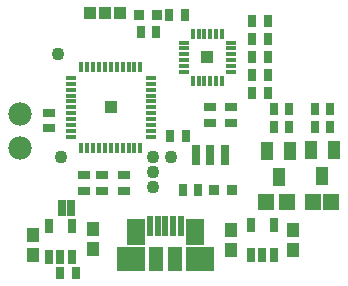
<source format=gts>
G75*
G70*
%OFA0B0*%
%FSLAX24Y24*%
%IPPOS*%
%LPD*%
%AMOC8*
5,1,8,0,0,1.08239X$1,22.5*
%
%ADD10R,0.0394X0.0394*%
%ADD11R,0.0158X0.0355*%
%ADD12R,0.0355X0.0158*%
%ADD13R,0.0257X0.0512*%
%ADD14C,0.0780*%
%ADD15R,0.0316X0.0394*%
%ADD16R,0.0394X0.0316*%
%ADD17R,0.0316X0.0709*%
%ADD18R,0.0355X0.0355*%
%ADD19R,0.0434X0.0473*%
%ADD20R,0.0290X0.0540*%
%ADD21R,0.0434X0.0591*%
%ADD22R,0.0217X0.0709*%
%ADD23R,0.0975X0.0788*%
%ADD24R,0.0621X0.0867*%
%ADD25R,0.0453X0.0827*%
%ADD26C,0.0434*%
%ADD27R,0.0440X0.0440*%
%ADD28R,0.0540X0.0540*%
D10*
X006800Y006550D03*
X010020Y008220D03*
D11*
X010118Y007433D03*
X010315Y007433D03*
X010512Y007433D03*
X009921Y007433D03*
X009724Y007433D03*
X009527Y007433D03*
X009527Y009007D03*
X009724Y009007D03*
X009921Y009007D03*
X010118Y009007D03*
X010315Y009007D03*
X010512Y009007D03*
X007784Y007889D03*
X007587Y007889D03*
X007390Y007889D03*
X007193Y007889D03*
X006996Y007889D03*
X006800Y007889D03*
X006603Y007889D03*
X006406Y007889D03*
X006209Y007889D03*
X006012Y007889D03*
X005815Y007889D03*
X005815Y005211D03*
X006012Y005211D03*
X006209Y005211D03*
X006406Y005211D03*
X006603Y005211D03*
X006800Y005211D03*
X006996Y005211D03*
X007193Y005211D03*
X007390Y005211D03*
X007587Y005211D03*
X007784Y005211D03*
D12*
X008138Y005566D03*
X008138Y005763D03*
X008138Y005959D03*
X008138Y006156D03*
X008138Y006353D03*
X008138Y006550D03*
X008138Y006747D03*
X008138Y006944D03*
X008138Y007141D03*
X008138Y007337D03*
X008138Y007534D03*
X009232Y007728D03*
X009232Y007925D03*
X009232Y008122D03*
X009232Y008318D03*
X009232Y008515D03*
X009232Y008712D03*
X010807Y008712D03*
X010807Y008515D03*
X010807Y008318D03*
X010807Y008122D03*
X010807Y007925D03*
X010807Y007728D03*
X005461Y007534D03*
X005461Y007337D03*
X005461Y007141D03*
X005461Y006944D03*
X005461Y006747D03*
X005461Y006550D03*
X005461Y006353D03*
X005461Y006156D03*
X005461Y005959D03*
X005461Y005763D03*
X005461Y005566D03*
D13*
X005494Y002602D03*
X004745Y002602D03*
X004745Y001578D03*
X005120Y001578D03*
X005494Y001578D03*
X011475Y001618D03*
X011850Y001618D03*
X012224Y001618D03*
X012224Y002642D03*
X011475Y002642D03*
D14*
X003772Y005182D03*
X003772Y006322D03*
D15*
X007794Y009060D03*
X008305Y009060D03*
X008754Y009620D03*
X009265Y009620D03*
X011514Y009420D03*
X012025Y009420D03*
X012025Y008820D03*
X011514Y008820D03*
X011514Y008220D03*
X012025Y008220D03*
X012025Y007620D03*
X011514Y007620D03*
X011514Y007020D03*
X012025Y007020D03*
X012244Y006480D03*
X012755Y006480D03*
X012755Y005880D03*
X012244Y005880D03*
X013594Y005880D03*
X014105Y005880D03*
X014105Y006480D03*
X013594Y006480D03*
X009705Y003780D03*
X009194Y003780D03*
X009295Y005580D03*
X008784Y005580D03*
X005625Y001020D03*
X005114Y001020D03*
D16*
X005900Y003774D03*
X005900Y004286D03*
X006500Y004286D03*
X006500Y003774D03*
X007230Y003774D03*
X007230Y004286D03*
X004730Y005854D03*
X004730Y006366D03*
X010100Y006546D03*
X010100Y006034D03*
X010820Y006034D03*
X010820Y006546D03*
D17*
X010592Y004950D03*
X010120Y004950D03*
X009647Y004950D03*
D18*
X010254Y003780D03*
X010845Y003780D03*
X008335Y009620D03*
X007744Y009620D03*
D19*
X004200Y001635D03*
X004200Y002305D03*
X006200Y002505D03*
X006200Y001835D03*
X010800Y001795D03*
X010800Y002465D03*
X012870Y002465D03*
X012870Y001795D03*
D20*
X005482Y003200D03*
X005157Y003200D03*
D21*
X012019Y005107D03*
X012767Y005107D03*
X013480Y005117D03*
X014228Y005117D03*
X013854Y004251D03*
X012393Y004240D03*
D22*
X009131Y002592D03*
X008875Y002592D03*
X008620Y002592D03*
X008364Y002592D03*
X008108Y002592D03*
D23*
X007458Y001490D03*
X009781Y001490D03*
D24*
X009604Y002396D03*
X007635Y002396D03*
D25*
X008314Y001490D03*
X008925Y001490D03*
D26*
X008200Y003880D03*
X008200Y004380D03*
X008200Y004880D03*
X008800Y004880D03*
X005150Y004880D03*
X005030Y008320D03*
D27*
X006100Y009690D03*
X006600Y009690D03*
X007100Y009690D03*
D28*
X011960Y003410D03*
X012680Y003410D03*
X013540Y003410D03*
X014140Y003410D03*
M02*

</source>
